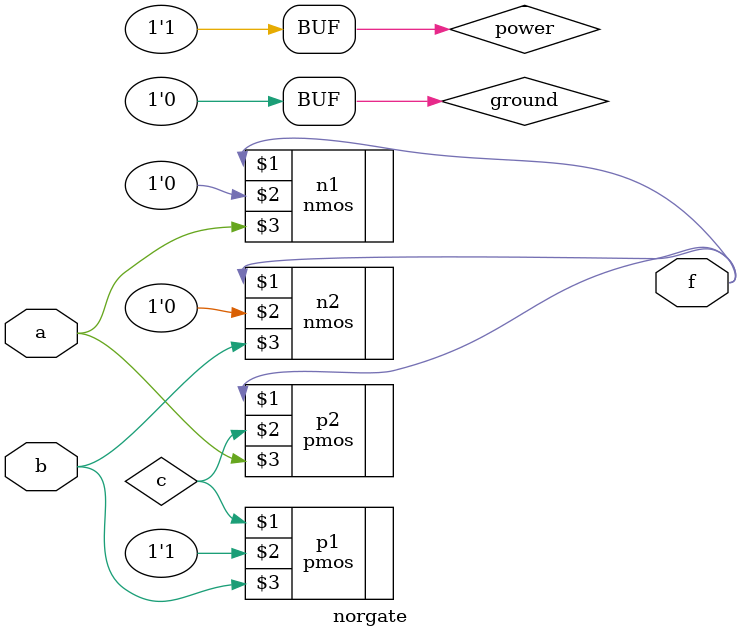
<source format=v>
`timescale 1ns / 1ps


module norgate(f,a,b);
input a,b;
output f;
wire c;

   supply1 power;
   supply0 ground;
   
   pmos p1(c,power,b);
   pmos p2(f,c,a);
   nmos n1(f,ground,a);
   nmos n2(f,ground,b);
   
endmodule

</source>
